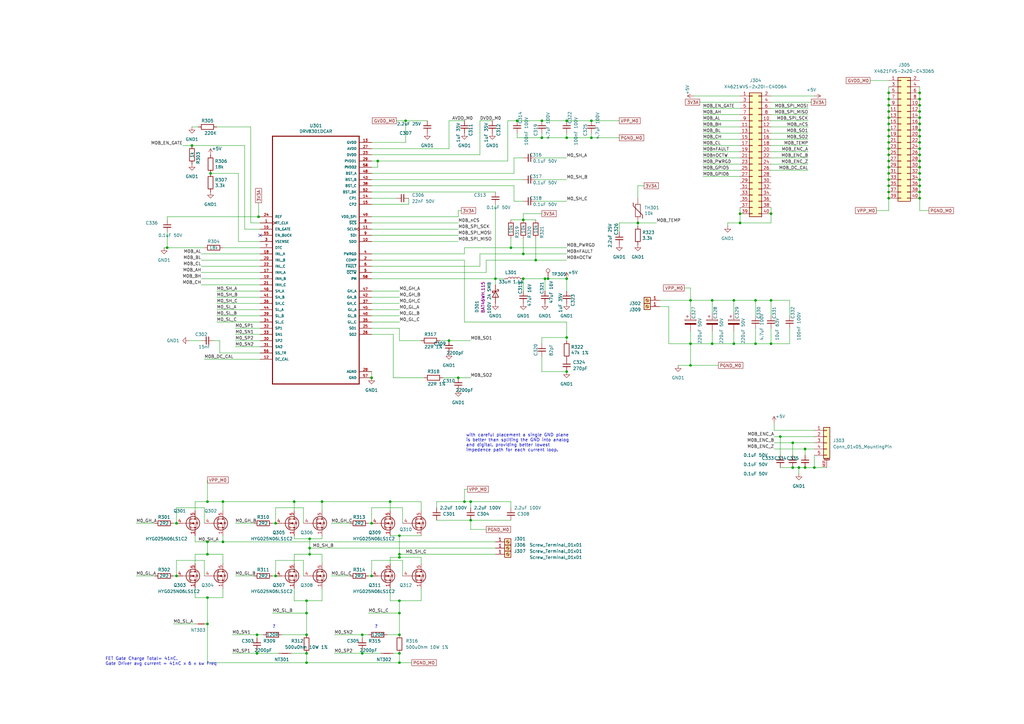
<source format=kicad_sch>
(kicad_sch (version 20230121) (generator eeschema)
  (paper "A3")
  (title_block (title "Q Motor Driver M0") (rev "1") (comment 1 "Drawn by: KHY"))
  (junction (at 364.49 48.26))
  (junction (at 106.045 88.9))
  (junction (at 68.58 101.6))
  (junction (at 232.41 138.43))
  (junction (at 325.12 191.77))
  (junction (at 214.63 114.3))
  (junction (at 203.2 114.3))
  (junction (at 283.21 123.19))
  (junction (at 325.12 181.61))
  (junction (at 364.49 50.8))
  (junction (at 113.03 236.22))
  (junction (at 364.49 55.88))
  (junction (at 125.73 246.38))
  (junction (at 193.04 213.36))
  (junction (at 377.19 73.66))
  (junction (at 364.49 73.66))
  (junction (at 212.09 49.53))
  (junction (at 125.73 251.46))
  (junction (at 232.41 49.53))
  (junction (at 377.19 38.1))
  (junction (at 85.09 255.905))
  (junction (at 330.2 184.15))
  (junction (at 85.09 205.74))
  (junction (at 91.44 205.74))
  (junction (at 327.66 191.77))
  (junction (at 184.15 139.7))
  (junction (at 166.37 49.53))
  (junction (at 303.53 87.63))
  (junction (at 214.63 104.14))
  (junction (at 292.1 140.97))
  (junction (at 364.49 53.34))
  (junction (at 193.04 205.74))
  (junction (at 283.21 140.97))
  (junction (at 163.83 227.33))
  (junction (at 364.49 81.28))
  (junction (at 364.49 38.1))
  (junction (at 105.41 267.97))
  (junction (at 214.63 90.17))
  (junction (at 316.23 140.97))
  (junction (at 377.19 63.5))
  (junction (at 364.49 63.5))
  (junction (at 377.19 68.58))
  (junction (at 364.49 43.18))
  (junction (at 160.02 205.74))
  (junction (at 377.19 81.28))
  (junction (at 91.44 222.25))
  (junction (at 152.4 154.94))
  (junction (at 261.62 91.44))
  (junction (at 364.49 66.04))
  (junction (at 242.57 49.53))
  (junction (at 163.83 219.71))
  (junction (at 364.49 58.42))
  (junction (at 300.99 140.97))
  (junction (at 330.2 191.77))
  (junction (at 127 227.33))
  (junction (at 300.99 123.19))
  (junction (at 72.39 214.63))
  (junction (at 377.19 43.18))
  (junction (at 377.19 78.74))
  (junction (at 377.19 53.34))
  (junction (at 148.59 267.97))
  (junction (at 364.49 40.64))
  (junction (at 377.19 40.64))
  (junction (at 377.19 48.26))
  (junction (at 105.41 260.35))
  (junction (at 364.49 45.72))
  (junction (at 377.19 50.8))
  (junction (at 364.49 68.58))
  (junction (at 334.01 191.77))
  (junction (at 163.83 271.78))
  (junction (at 316.23 87.63))
  (junction (at 72.39 236.22))
  (junction (at 187.96 154.94))
  (junction (at 113.03 214.63))
  (junction (at 292.1 123.19))
  (junction (at 364.49 60.96))
  (junction (at 125.73 267.97))
  (junction (at 232.41 56.515))
  (junction (at 242.57 56.515))
  (junction (at 125.73 260.35))
  (junction (at 377.19 60.96))
  (junction (at 120.65 205.74))
  (junction (at 364.49 76.2))
  (junction (at 152.4 236.22))
  (junction (at 152.4 214.63))
  (junction (at 303.53 91.44))
  (junction (at 163.83 228.6))
  (junction (at 377.19 71.12))
  (junction (at 377.19 66.04))
  (junction (at 85.09 245.11))
  (junction (at 148.59 260.35))
  (junction (at 78.74 59.69))
  (junction (at 163.83 267.97))
  (junction (at 222.25 49.53))
  (junction (at 163.83 251.46))
  (junction (at 163.83 260.35))
  (junction (at 316.23 123.19))
  (junction (at 222.25 56.515))
  (junction (at 377.19 55.88))
  (junction (at 132.08 205.74))
  (junction (at 232.41 114.3))
  (junction (at 377.19 76.2))
  (junction (at 377.19 45.72))
  (junction (at 219.71 106.68))
  (junction (at 154.94 66.04))
  (junction (at 364.49 71.12))
  (junction (at 283.21 149.86))
  (junction (at 125.73 271.78))
  (junction (at 85.09 227.33))
  (junction (at 163.83 246.38))
  (junction (at 320.04 179.07))
  (junction (at 232.41 152.4))
  (junction (at 190.5 205.74))
  (junction (at 127 224.79))
  (junction (at 127 220.98))
  (junction (at 223.52 114.3))
  (junction (at 309.88 123.19))
  (junction (at 85.09 222.25))
  (junction (at 224.79 114.3))
  (junction (at 209.55 101.6))
  (junction (at 86.36 71.12))
  (junction (at 377.19 58.42))
  (junction (at 309.88 140.97))
  (junction (at 364.49 78.74))
  (no_connect (at 106.68 96.52))
  (wire (pts (xy 317.5 179.07) (xy 320.04 179.07)))
  (wire (pts (xy 316.23 62.23) (xy 331.47 62.23)))
  (wire (pts (xy 232.41 56.515) (xy 242.57 56.515)))
  (wire (pts (xy 68.58 90.17) (xy 68.58 88.9)))
  (wire (pts (xy 148.59 267.97) (xy 156.21 267.97)))
  (wire (pts (xy 105.41 260.35) (xy 105.41 261.62)))
  (wire (pts (xy 160.02 228.6) (xy 160.02 231.14)))
  (wire (pts (xy 364.49 35.56) (xy 364.49 38.1)))
  (wire (pts (xy 323.85 134.62) (xy 323.85 140.97)))
  (wire (pts (xy 163.83 134.62) (xy 152.4 134.62)))
  (wire (pts (xy 288.29 46.99) (xy 303.53 46.99)))
  (wire (pts (xy 203.2 116.84) (xy 203.2 114.3)))
  (wire (pts (xy 377.19 78.74) (xy 377.19 81.28)))
  (wire (pts (xy 82.55 116.84) (xy 106.68 116.84)))
  (wire (pts (xy 364.49 38.1) (xy 364.49 40.64)))
  (wire (pts (xy 364.49 76.2) (xy 364.49 78.74)))
  (wire (pts (xy 316.23 123.19) (xy 323.85 123.19)))
  (wire (pts (xy 300.99 123.19) (xy 309.88 123.19)))
  (wire (pts (xy 83.82 208.28) (xy 72.39 208.28)))
  (wire (pts (xy 201.93 49.53) (xy 196.85 49.53)))
  (wire (pts (xy 223.52 114.3) (xy 214.63 114.3)))
  (wire (pts (xy 91.44 231.14) (xy 91.44 227.33)))
  (wire (pts (xy 298.45 91.44) (xy 298.45 92.71)))
  (wire (pts (xy 190.5 101.6) (xy 190.5 104.14)))
  (wire (pts (xy 316.23 91.44) (xy 303.53 91.44)))
  (wire (pts (xy 163.83 139.7) (xy 163.83 134.62)))
  (wire (pts (xy 364.49 78.74) (xy 364.49 81.28)))
  (wire (pts (xy 172.72 241.3) (xy 172.72 246.38)))
  (wire (pts (xy 214.63 97.79) (xy 214.63 104.14)))
  (wire (pts (xy 120.65 219.71) (xy 120.65 220.98)))
  (wire (pts (xy 212.09 56.515) (xy 222.25 56.515)))
  (wire (pts (xy 190.5 132.08) (xy 190.5 106.68)))
  (wire (pts (xy 163.83 227.33) (xy 163.83 228.6)))
  (wire (pts (xy 316.23 140.97) (xy 309.88 140.97)))
  (wire (pts (xy 193.04 213.36) (xy 209.55 213.36)))
  (wire (pts (xy 270.51 123.19) (xy 283.21 123.19)))
  (wire (pts (xy 316.23 39.37) (xy 334.01 39.37)))
  (wire (pts (xy 288.29 52.07) (xy 303.53 52.07)))
  (wire (pts (xy 364.49 40.64) (xy 364.49 43.18)))
  (wire (pts (xy 132.08 219.71) (xy 132.08 220.98)))
  (wire (pts (xy 172.72 228.6) (xy 163.83 228.6)))
  (wire (pts (xy 132.08 220.98) (xy 127 220.98)))
  (wire (pts (xy 377.19 50.8) (xy 377.19 53.34)))
  (wire (pts (xy 209.55 208.28) (xy 209.55 205.74)))
  (wire (pts (xy 80.01 241.3) (xy 80.01 245.11)))
  (wire (pts (xy 212.09 54.61) (xy 212.09 56.515)))
  (wire (pts (xy 210.82 64.77) (xy 210.82 71.12)))
  (wire (pts (xy 152.4 81.28) (xy 162.56 81.28)))
  (wire (pts (xy 377.19 71.12) (xy 377.19 73.66)))
  (wire (pts (xy 317.5 173.355) (xy 317.5 176.53)))
  (wire (pts (xy 96.52 134.62) (xy 106.68 134.62)))
  (wire (pts (xy 300.99 128.27) (xy 300.99 123.19)))
  (wire (pts (xy 82.55 109.22) (xy 106.68 109.22)))
  (wire (pts (xy 214.63 90.17) (xy 219.71 90.17)))
  (wire (pts (xy 148.59 266.7) (xy 148.59 267.97)))
  (wire (pts (xy 193.04 154.94) (xy 187.96 154.94)))
  (wire (pts (xy 377.19 68.58) (xy 377.19 71.12)))
  (wire (pts (xy 120.65 220.98) (xy 127 220.98)))
  (wire (pts (xy 124.46 208.28) (xy 113.03 208.28)))
  (wire (pts (xy 88.9 121.92) (xy 106.68 121.92)))
  (wire (pts (xy 214.63 104.14) (xy 232.41 104.14)))
  (wire (pts (xy 120.65 205.74) (xy 132.08 205.74)))
  (wire (pts (xy 100.33 59.69) (xy 100.33 93.98)))
  (wire (pts (xy 232.41 119.38) (xy 232.41 114.3)))
  (wire (pts (xy 377.19 38.1) (xy 377.19 40.64)))
  (wire (pts (xy 102.87 91.44) (xy 106.68 91.44)))
  (wire (pts (xy 261.62 76.2) (xy 261.62 81.28)))
  (wire (pts (xy 199.39 106.68) (xy 199.39 111.76)))
  (wire (pts (xy 151.13 251.46) (xy 163.83 251.46)))
  (wire (pts (xy 120.65 205.74) (xy 120.65 209.55)))
  (wire (pts (xy 152.4 152.4) (xy 152.4 154.94)))
  (wire (pts (xy 165.1 208.28) (xy 152.4 208.28)))
  (wire (pts (xy 96.52 139.7) (xy 106.68 139.7)))
  (wire (pts (xy 269.24 91.44) (xy 261.62 91.44)))
  (wire (pts (xy 320.04 191.77) (xy 325.12 191.77)))
  (wire (pts (xy 161.29 137.16) (xy 161.29 154.94)))
  (wire (pts (xy 88.9 127) (xy 106.68 127)))
  (wire (pts (xy 288.29 57.15) (xy 303.53 57.15)))
  (wire (pts (xy 364.49 58.42) (xy 364.49 60.96)))
  (wire (pts (xy 165.1 229.87) (xy 152.4 229.87)))
  (wire (pts (xy 85.09 222.25) (xy 91.44 222.25)))
  (wire (pts (xy 288.29 72.39) (xy 303.53 72.39)))
  (wire (pts (xy 364.49 73.66) (xy 364.49 76.2)))
  (wire (pts (xy 152.4 71.12) (xy 210.82 71.12)))
  (wire (pts (xy 72.39 208.28) (xy 72.39 214.63)))
  (wire (pts (xy 309.88 123.19) (xy 309.88 129.54)))
  (wire (pts (xy 187.96 88.9) (xy 152.4 88.9)))
  (wire (pts (xy 88.9 132.08) (xy 106.68 132.08)))
  (wire (pts (xy 152.4 109.22) (xy 196.85 109.22)))
  (wire (pts (xy 300.99 123.19) (xy 292.1 123.19)))
  (wire (pts (xy 83.82 214.63) (xy 83.82 208.28)))
  (wire (pts (xy 107.95 260.35) (xy 105.41 260.35)))
  (wire (pts (xy 209.55 101.6) (xy 190.5 101.6)))
  (wire (pts (xy 222.25 56.515) (xy 232.41 56.515)))
  (wire (pts (xy 124.46 214.63) (xy 124.46 208.28)))
  (wire (pts (xy 132.08 209.55) (xy 132.08 205.74)))
  (wire (pts (xy 323.85 129.54) (xy 323.85 123.19)))
  (wire (pts (xy 316.23 41.91) (xy 332.74 41.91)))
  (wire (pts (xy 317.5 181.61) (xy 325.12 181.61)))
  (wire (pts (xy 97.79 71.12) (xy 97.79 99.06)))
  (wire (pts (xy 294.64 149.86) (xy 283.21 149.86)))
  (wire (pts (xy 166.37 49.53) (xy 166.37 58.42)))
  (wire (pts (xy 199.39 111.76) (xy 152.4 111.76)))
  (wire (pts (xy 219.71 97.79) (xy 219.71 106.68)))
  (wire (pts (xy 325.12 181.61) (xy 325.12 186.69)))
  (wire (pts (xy 242.57 54.61) (xy 242.57 56.515)))
  (wire (pts (xy 160.02 241.3) (xy 160.02 246.38)))
  (wire (pts (xy 80.01 245.11) (xy 85.09 245.11)))
  (wire (pts (xy 106.68 88.9) (xy 106.045 88.9)))
  (wire (pts (xy 91.44 205.74) (xy 91.44 209.55)))
  (wire (pts (xy 232.41 114.3) (xy 224.79 114.3)))
  (wire (pts (xy 364.49 45.72) (xy 364.49 48.26)))
  (wire (pts (xy 88.9 52.07) (xy 102.87 52.07)))
  (wire (pts (xy 127 220.98) (xy 127 224.79)))
  (wire (pts (xy 152.4 78.74) (xy 203.2 78.74)))
  (wire (pts (xy 91.44 101.6) (xy 106.68 101.6)))
  (wire (pts (xy 187.96 86.36) (xy 187.96 88.9)))
  (wire (pts (xy 232.41 54.61) (xy 232.41 56.515)))
  (wire (pts (xy 68.58 95.25) (xy 68.58 101.6)))
  (wire (pts (xy 163.83 132.08) (xy 152.4 132.08)))
  (wire (pts (xy 106.68 114.3) (xy 82.55 114.3)))
  (wire (pts (xy 96.52 236.22) (xy 104.14 236.22)))
  (wire (pts (xy 88.9 119.38) (xy 106.68 119.38)))
  (wire (pts (xy 193.04 139.7) (xy 184.15 139.7)))
  (wire (pts (xy 132.08 227.33) (xy 132.08 231.14)))
  (wire (pts (xy 163.83 267.97) (xy 163.83 271.78)))
  (wire (pts (xy 320.04 179.07) (xy 334.01 179.07)))
  (wire (pts (xy 132.08 241.3) (xy 132.08 246.38)))
  (wire (pts (xy 222.25 152.4) (xy 222.25 146.05)))
  (wire (pts (xy 327.66 191.77) (xy 327.66 194.31)))
  (wire (pts (xy 377.19 55.88) (xy 377.19 58.42)))
  (wire (pts (xy 83.82 236.22) (xy 83.82 229.87)))
  (wire (pts (xy 125.73 267.97) (xy 125.73 271.78)))
  (wire (pts (xy 119.38 267.97) (xy 125.73 267.97)))
  (wire (pts (xy 96.52 142.24) (xy 106.68 142.24)))
  (wire (pts (xy 377.19 53.34) (xy 377.19 55.88)))
  (wire (pts (xy 85.09 227.33) (xy 85.09 222.25)))
  (wire (pts (xy 152.4 114.3) (xy 203.2 114.3)))
  (wire (pts (xy 284.48 39.37) (xy 303.53 39.37)))
  (wire (pts (xy 377.19 35.56) (xy 377.19 38.1)))
  (wire (pts (xy 77.47 139.7) (xy 82.55 139.7)))
  (wire (pts (xy 190.5 132.08) (xy 232.41 132.08)))
  (wire (pts (xy 163.83 219.71) (xy 163.83 227.33)))
  (wire (pts (xy 377.19 45.72) (xy 377.19 48.26)))
  (wire (pts (xy 132.08 246.38) (xy 125.73 246.38)))
  (wire (pts (xy 377.19 43.18) (xy 377.19 45.72)))
  (wire (pts (xy 212.09 49.53) (xy 222.25 49.53)))
  (wire (pts (xy 364.49 50.8) (xy 364.49 53.34)))
  (wire (pts (xy 163.83 121.92) (xy 152.4 121.92)))
  (wire (pts (xy 68.58 88.9) (xy 106.045 88.9)))
  (wire (pts (xy 274.32 140.97) (xy 283.21 140.97)))
  (wire (pts (xy 120.65 227.33) (xy 127 227.33)))
  (wire (pts (xy 88.9 129.54) (xy 106.68 129.54)))
  (wire (pts (xy 254 49.53) (xy 242.57 49.53)))
  (wire (pts (xy 80.01 231.14) (xy 80.01 227.33)))
  (wire (pts (xy 232.41 73.66) (xy 219.71 73.66)))
  (wire (pts (xy 85.09 245.11) (xy 85.09 255.905)))
  (wire (pts (xy 163.83 127) (xy 152.4 127)))
  (wire (pts (xy 71.12 214.63) (xy 72.39 214.63)))
  (wire (pts (xy 148.59 260.35) (xy 137.16 260.35)))
  (wire (pts (xy 152.4 229.87) (xy 152.4 236.22)))
  (wire (pts (xy 224.79 114.3) (xy 223.52 114.3)))
  (wire (pts (xy 364.49 63.5) (xy 364.49 66.04)))
  (wire (pts (xy 364.49 71.12) (xy 364.49 73.66)))
  (wire (pts (xy 96.52 214.63) (xy 104.14 214.63)))
  (wire (pts (xy 173.99 154.94) (xy 161.29 154.94)))
  (wire (pts (xy 316.23 52.07) (xy 331.47 52.07)))
  (wire (pts (xy 125.73 246.38) (xy 125.73 251.46)))
  (wire (pts (xy 208.28 49.53) (xy 212.09 49.53)))
  (wire (pts (xy 187.96 99.06) (xy 152.4 99.06)))
  (wire (pts (xy 209.55 101.6) (xy 232.41 101.6)))
  (wire (pts (xy 78.74 59.69) (xy 100.33 59.69)))
  (wire (pts (xy 163.83 251.46) (xy 163.83 260.35)))
  (wire (pts (xy 172.72 246.38) (xy 163.83 246.38)))
  (wire (pts (xy 184.15 139.7) (xy 180.34 139.7)))
  (wire (pts (xy 105.41 267.97) (xy 105.41 266.7)))
  (wire (pts (xy 91.44 227.33) (xy 85.09 227.33)))
  (wire (pts (xy 78.74 52.07) (xy 81.28 52.07)))
  (wire (pts (xy 317.5 184.15) (xy 330.2 184.15)))
  (wire (pts (xy 232.41 138.43) (xy 232.41 139.7)))
  (wire (pts (xy 111.76 251.46) (xy 125.73 251.46)))
  (wire (pts (xy 172.72 139.7) (xy 163.83 139.7)))
  (wire (pts (xy 71.12 236.22) (xy 72.39 236.22)))
  (wire (pts (xy 111.76 214.63) (xy 113.03 214.63)))
  (wire (pts (xy 193.04 205.74) (xy 190.5 205.74)))
  (wire (pts (xy 106.68 106.68) (xy 82.55 106.68)))
  (wire (pts (xy 151.13 260.35) (xy 148.59 260.35)))
  (wire (pts (xy 364.49 60.96) (xy 364.49 63.5)))
  (wire (pts (xy 203.2 83.82) (xy 203.2 114.3)))
  (wire (pts (xy 283.21 140.97) (xy 283.21 149.86)))
  (wire (pts (xy 316.23 85.09) (xy 316.23 87.63)))
  (wire (pts (xy 187.96 93.98) (xy 152.4 93.98)))
  (wire (pts (xy 191.77 200.66) (xy 190.5 200.66)))
  (wire (pts (xy 278.13 149.86) (xy 283.21 149.86)))
  (wire (pts (xy 196.85 109.22) (xy 196.85 104.14)))
  (wire (pts (xy 334.01 191.77) (xy 339.09 191.77)))
  (wire (pts (xy 172.72 209.55) (xy 172.72 205.74)))
  (wire (pts (xy 115.57 260.35) (xy 125.73 260.35)))
  (wire (pts (xy 189.23 86.36) (xy 187.96 86.36)))
  (wire (pts (xy 232.41 64.77) (xy 219.71 64.77)))
  (wire (pts (xy 208.28 66.04) (xy 154.94 66.04)))
  (wire (pts (xy 222.25 138.43) (xy 232.41 138.43)))
  (wire (pts (xy 165.1 214.63) (xy 165.1 208.28)))
  (wire (pts (xy 316.23 123.19) (xy 309.88 123.19)))
  (wire (pts (xy 80.01 205.74) (xy 80.01 209.55)))
  (wire (pts (xy 377.19 58.42) (xy 377.19 60.96)))
  (wire (pts (xy 364.49 66.04) (xy 364.49 68.58)))
  (wire (pts (xy 364.49 55.88) (xy 364.49 58.42)))
  (wire (pts (xy 325.12 181.61) (xy 334.01 181.61)))
  (wire (pts (xy 90.17 144.78) (xy 106.68 144.78)))
  (wire (pts (xy 196.85 104.14) (xy 214.63 104.14)))
  (wire (pts (xy 179.07 205.74) (xy 179.07 208.28)))
  (wire (pts (xy 90.17 139.7) (xy 87.63 139.7)))
  (wire (pts (xy 120.65 241.3) (xy 120.65 246.38)))
  (wire (pts (xy 196.85 63.5) (xy 152.4 63.5)))
  (wire (pts (xy 160.02 246.38) (xy 163.83 246.38)))
  (wire (pts (xy 325.12 191.77) (xy 327.66 191.77)))
  (wire (pts (xy 377.19 86.36) (xy 381 86.36)))
  (wire (pts (xy 199.39 106.68) (xy 219.71 106.68)))
  (wire (pts (xy 288.29 62.23) (xy 303.53 62.23)))
  (wire (pts (xy 292.1 123.19) (xy 283.21 123.19)))
  (wire (pts (xy 210.82 76.2) (xy 210.82 82.55)))
  (wire (pts (xy 377.19 73.66) (xy 377.19 76.2)))
  (wire (pts (xy 214.63 114.3) (xy 214.63 119.38)))
  (wire (pts (xy 320.04 179.07) (xy 320.04 186.69)))
  (wire (pts (xy 113.03 229.87) (xy 113.03 236.22)))
  (wire (pts (xy 95.25 267.97) (xy 105.41 267.97)))
  (wire (pts (xy 190.5 205.74) (xy 179.07 205.74)))
  (wire (pts (xy 316.23 44.45) (xy 331.47 44.45)))
  (wire (pts (xy 152.4 208.28) (xy 152.4 214.63)))
  (wire (pts (xy 242.57 56.515) (xy 254 56.515)))
  (wire (pts (xy 97.79 99.06) (xy 106.68 99.06)))
  (wire (pts (xy 223.52 119.38) (xy 223.52 114.3)))
  (wire (pts (xy 316.23 69.85) (xy 331.47 69.85)))
  (wire (pts (xy 377.19 81.28) (xy 377.19 86.36)))
  (wire (pts (xy 317.5 176.53) (xy 334.01 176.53)))
  (wire (pts (xy 152.4 129.54) (xy 163.83 129.54)))
  (wire (pts (xy 95.25 260.35) (xy 105.41 260.35)))
  (wire (pts (xy 222.25 87.63) (xy 214.63 87.63)))
  (wire (pts (xy 161.29 267.97) (xy 163.83 267.97)))
  (wire (pts (xy 316.23 59.69) (xy 331.47 59.69)))
  (wire (pts (xy 316.23 57.15) (xy 331.47 57.15)))
  (wire (pts (xy 91.44 219.71) (xy 91.44 222.25)))
  (wire (pts (xy 309.88 140.97) (xy 300.99 140.97)))
  (wire (pts (xy 232.41 132.08) (xy 232.41 138.43)))
  (wire (pts (xy 292.1 123.19) (xy 292.1 128.27)))
  (wire (pts (xy 316.23 67.31) (xy 331.47 67.31)))
  (wire (pts (xy 167.64 83.82) (xy 152.4 83.82)))
  (wire (pts (xy 364.49 43.18) (xy 364.49 45.72)))
  (wire (pts (xy 137.16 267.97) (xy 148.59 267.97)))
  (wire (pts (xy 152.4 68.58) (xy 154.94 68.58)))
  (wire (pts (xy 303.53 85.09) (xy 303.53 87.63)))
  (wire (pts (xy 154.94 66.04) (xy 152.4 66.04)))
  (wire (pts (xy 208.28 49.53) (xy 208.28 66.04)))
  (wire (pts (xy 364.49 48.26) (xy 364.49 50.8)))
  (wire (pts (xy 288.29 44.45) (xy 303.53 44.45)))
  (wire (pts (xy 90.17 144.78) (xy 90.17 139.7)))
  (wire (pts (xy 154.94 68.58) (xy 154.94 66.04)))
  (wire (pts (xy 190.5 200.66) (xy 190.5 205.74)))
  (wire (pts (xy 316.23 46.99) (xy 331.47 46.99)))
  (wire (pts (xy 377.19 66.04) (xy 377.19 68.58)))
  (wire (pts (xy 181.61 154.94) (xy 187.96 154.94)))
  (wire (pts (xy 179.07 213.36) (xy 193.04 213.36)))
  (wire (pts (xy 316.23 54.61) (xy 331.47 54.61)))
  (wire (pts (xy 106.68 124.46) (xy 88.9 124.46)))
  (wire (pts (xy 274.32 125.73) (xy 274.32 140.97)))
  (wire (pts (xy 120.65 246.38) (xy 125.73 246.38)))
  (wire (pts (xy 264.16 76.2) (xy 261.62 76.2)))
  (wire (pts (xy 222.25 54.61) (xy 222.25 56.515)))
  (wire (pts (xy 106.045 83.185) (xy 106.045 88.9)))
  (wire (pts (xy 254 91.44) (xy 254 95.25)))
  (wire (pts (xy 91.44 222.25) (xy 203.2 222.25)))
  (wire (pts (xy 330.2 184.15) (xy 330.2 186.69)))
  (wire (pts (xy 83.82 147.32) (xy 106.68 147.32)))
  (wire (pts (xy 190.5 49.53) (xy 184.15 49.53)))
  (wire (pts (xy 132.08 205.74) (xy 160.02 205.74)))
  (wire (pts (xy 184.15 49.53) (xy 184.15 60.96)))
  (wire (pts (xy 309.88 134.62) (xy 309.88 140.97)))
  (wire (pts (xy 106.68 111.76) (xy 82.55 111.76)))
  (wire (pts (xy 68.58 101.6) (xy 83.82 101.6)))
  (wire (pts (xy 316.23 87.63) (xy 316.23 91.44)))
  (wire (pts (xy 356.87 33.02) (xy 364.49 33.02)))
  (wire (pts (xy 85.09 271.78) (xy 85.09 255.905)))
  (wire (pts (xy 71.12 255.905) (xy 80.01 255.905)))
  (wire (pts (xy 359.41 86.36) (xy 364.49 86.36)))
  (wire (pts (xy 125.73 271.78) (xy 163.83 271.78)))
  (wire (pts (xy 91.44 245.11) (xy 85.09 245.11)))
  (wire (pts (xy 214.63 64.77) (xy 210.82 64.77)))
  (wire (pts (xy 283.21 135.89) (xy 283.21 140.97)))
  (wire (pts (xy 113.03 208.28) (xy 113.03 214.63)))
  (wire (pts (xy 270.51 125.73) (xy 274.32 125.73)))
  (wire (pts (xy 364.49 53.34) (xy 364.49 55.88)))
  (wire (pts (xy 280.67 118.11) (xy 283.21 118.11)))
  (wire (pts (xy 127 227.33) (xy 132.08 227.33)))
  (wire (pts (xy 377.19 48.26) (xy 377.19 50.8)))
  (wire (pts (xy 292.1 135.89) (xy 292.1 140.97)))
  (wire (pts (xy 303.53 91.44) (xy 298.45 91.44)))
  (wire (pts (xy 72.39 229.87) (xy 72.39 236.22)))
  (wire (pts (xy 160.02 205.74) (xy 172.72 205.74)))
  (wire (pts (xy 323.85 140.97) (xy 316.23 140.97)))
  (wire (pts (xy 82.55 104.14) (xy 106.68 104.14)))
  (wire (pts (xy 210.82 82.55) (xy 214.63 82.55)))
  (wire (pts (xy 120.65 231.14) (xy 120.65 227.33)))
  (wire (pts (xy 165.1 236.22) (xy 165.1 229.87)))
  (wire (pts (xy 80.01 205.74) (xy 85.09 205.74)))
  (wire (pts (xy 163.83 227.33) (xy 203.2 227.33)))
  (wire (pts (xy 364.49 68.58) (xy 364.49 71.12)))
  (wire (pts (xy 196.85 49.53) (xy 196.85 63.5)))
  (wire (pts (xy 377.19 60.96) (xy 377.19 63.5)))
  (wire (pts (xy 124.46 236.22) (xy 124.46 229.87)))
  (wire (pts (xy 377.19 40.64) (xy 377.19 43.18)))
  (wire (pts (xy 124.46 229.87) (xy 113.03 229.87)))
  (wire (pts (xy 152.4 119.38) (xy 163.83 119.38)))
  (wire (pts (xy 167.64 81.28) (xy 167.64 83.82)))
  (wire (pts (xy 334.01 186.69) (xy 334.01 191.77)))
  (wire (pts (xy 148.59 260.35) (xy 148.59 261.62)))
  (wire (pts (xy 316.23 64.77) (xy 331.47 64.77)))
  (wire (pts (xy 316.23 49.53) (xy 331.47 49.53)))
  (wire (pts (xy 193.04 213.36) (xy 193.04 217.17)))
  (wire (pts (xy 222.25 140.97) (xy 222.25 138.43)))
  (wire (pts (xy 80.01 227.33) (xy 85.09 227.33)))
  (wire (pts (xy 190.5 104.14) (xy 152.4 104.14)))
  (wire (pts (xy 80.01 219.71) (xy 80.01 222.25)))
  (wire (pts (xy 135.89 214.63) (xy 143.51 214.63)))
  (wire (pts (xy 74.93 59.69) (xy 78.74 59.69)))
  (wire (pts (xy 125.73 271.78) (xy 85.09 271.78)))
  (wire (pts (xy 261.62 91.44) (xy 261.62 92.71)))
  (wire (pts (xy 261.62 91.44) (xy 254 91.44)))
  (wire (pts (xy 135.89 236.22) (xy 143.51 236.22)))
  (wire (pts (xy 222.25 49.53) (xy 232.41 49.53)))
  (wire (pts (xy 219.71 106.68) (xy 232.41 106.68)))
  (wire (pts (xy 127 224.79) (xy 127 227.33)))
  (wire (pts (xy 232.41 152.4) (xy 222.25 152.4)))
  (wire (pts (xy 316.23 129.54) (xy 316.23 123.19)))
  (wire (pts (xy 288.29 49.53) (xy 303.53 49.53)))
  (wire (pts (xy 303.53 87.63) (xy 303.53 91.44)))
  (wire (pts (xy 184.15 60.96) (xy 152.4 60.96)))
  (wire (pts (xy 377.19 63.5) (xy 377.19 66.04)))
  (wire (pts (xy 83.82 229.87) (xy 72.39 229.87)))
  (wire (pts (xy 96.52 137.16) (xy 106.68 137.16)))
  (wire (pts (xy 125.73 251.46) (xy 125.73 260.35)))
  (wire (pts (xy 160.02 219.71) (xy 163.83 219.71)))
  (wire (pts (xy 288.29 69.85) (xy 303.53 69.85)))
  (wire (pts (xy 55.88 214.63) (xy 63.5 214.63)))
  (wire (pts (xy 152.4 124.46) (xy 163.83 124.46)))
  (wire (pts (xy 209.55 90.17) (xy 214.63 90.17)))
  (wire (pts (xy 330.2 191.77) (xy 334.01 191.77)))
  (wire (pts (xy 160.02 205.74) (xy 160.02 209.55)))
  (wire (pts (xy 151.13 214.63) (xy 152.4 214.63)))
  (wire (pts (xy 288.29 67.31) (xy 303.53 67.31)))
  (wire (pts (xy 152.4 76.2) (xy 210.82 76.2)))
  (wire (pts (xy 283.21 118.11) (xy 283.21 123.19)))
  (wire (pts (xy 232.41 49.53) (xy 242.57 49.53)))
  (wire (pts (xy 209.55 97.79) (xy 209.55 101.6)))
  (wire (pts (xy 172.72 231.14) (xy 172.72 228.6)))
  (wire (pts (xy 166.37 58.42) (xy 152.4 58.42)))
  (wire (pts (xy 163.83 228.6) (xy 160.02 228.6)))
  (wire (pts (xy 111.76 236.22) (xy 113.03 236.22)))
  (wire (pts (xy 283.21 123.19) (xy 283.21 128.27)))
  (wire (pts (xy 292.1 140.97) (xy 283.21 140.97)))
  (wire (pts (xy 55.88 236.22) (xy 63.5 236.22)))
  (wire (pts (xy 364.49 81.28) (xy 364.49 86.36)))
  (wire (pts (xy 214.63 87.63) (xy 214.63 90.17)))
  (wire (pts (xy 91.44 205.74) (xy 120.65 205.74)))
  (wire (pts (xy 152.4 91.44) (xy 187.96 91.44)))
  (wire (pts (xy 85.09 196.85) (xy 85.09 205.74)))
  (wire (pts (xy 85.09 205.74) (xy 91.44 205.74)))
  (wire (pts (xy 163.83 219.71) (xy 172.72 219.71)))
  (wire (pts (xy 127 224.79) (xy 203.2 224.79)))
  (wire (pts (xy 162.56 49.53) (xy 166.37 49.53)))
  (wire (pts (xy 105.41 267.97) (xy 114.3 267.97)))
  (wire (pts (xy 163.83 246.38) (xy 163.83 251.46)))
  (wire (pts (xy 300.99 135.89) (xy 300.99 140.97)))
  (wire (pts (xy 203.2 114.3) (xy 207.01 114.3)))
  (wire (pts (xy 330.2 184.15) (xy 334.01 184.15)))
  (wire (pts (xy 300.99 140.97) (xy 292.1 140.97)))
  (wire (pts (xy 288.29 64.77) (xy 303.53 64.77)))
  (wire (pts (xy 327.66 191.77) (xy 330.2 191.77)))
  (wire (pts (xy 152.4 96.52) (xy 187.96 96.52)))
  (wire (pts (xy 232.41 82.55) (xy 219.71 82.55)))
  (wire (pts (xy 287.02 41.91) (xy 303.53 41.91)))
  (wire (pts (xy 67.31 101.6) (xy 68.58 101.6)))
  (wire (pts (xy 190.5 106.68) (xy 152.4 106.68)))
  (wire (pts (xy 152.4 137.16) (xy 161.29 137.16)))
  (wire (pts (xy 100.33 93.98) (xy 106.68 93.98)))
  (wire (pts (xy 316.23 134.62) (xy 316.23 140.97)))
  (wire (pts (xy 163.83 271.78) (xy 168.91 271.78)))
  (wire (pts (xy 193.04 217.17) (xy 199.39 217.17)))
  (wire (pts (xy 288.29 59.69) (xy 303.53 59.69)))
  (wire (pts (xy 91.44 241.3) (xy 91.44 245.11)))
  (wire (pts (xy 288.29 54.61) (xy 303.53 54.61)))
  (wire (pts (xy 209.55 205.74) (xy 193.04 205.74)))
  (wire (pts (xy 377.19 76.2) (xy 377.19 78.74)))
  (wire (pts (xy 151.13 236.22) (xy 152.4 236.22)))
  (wire (pts (xy 175.26 49.53) (xy 166.37 49.53)))
  (wire (pts (xy 80.01 222.25) (xy 85.09 222.25)))
  (wire (pts (xy 193.04 208.28) (xy 193.04 205.74)))
  (wire (pts (xy 158.75 260.35) (xy 163.83 260.35)))
  (wire (pts (xy 152.4 73.66) (xy 214.63 73.66)))
  (wire (pts (xy 86.36 71.12) (xy 97.79 71.12)))
  (wire (pts (xy 102.87 52.07) (xy 102.87 91.44)))
  (text "?" (at 153.67 257.81 0) (effects (font (size 1.27 1.27)) (justify left bottom)))
  (text "with careful placement a single GND plane \nis better than spliting the GND into analog\nand digital. providing better lowest \nimpedence path for each current loop." (at 191.135 185.42 0) (effects (font (size 1.27 1.27)) (justify left bottom)))
  (text "?" (at 111.76 257.81 0) (effects (font (size 1.27 1.27)) (justify left bottom)))
  (text "FET Gate Charge Total= 41nC.\nGate Driver avg current = 41nC x 6 x sw Freq" (at 43.18 273.05 0) (effects (font (size 1.27 1.27)) (justify left bottom)))
  (label "M0_SP2" (at 137.16 267.97 0))
  (label "M0_SN1" (at 96.52 137.16 0))
  (label "M0_SL_B" (at 111.76 251.46 0))
  (label "M0_GH_A" (at 55.88 214.63 0))
  (label "M0B_SPI_MISO" (at 331.47 46.99 180))
  (label "M0B_SO2" (at 193.04 154.94 0))
  (label "M0B_CL" (at 288.29 59.69 0))
  (label "M0B_AL" (at 82.55 104.14 180))
  (label "M0B_AL" (at 288.29 49.53 0))
  (label "M0B_BH" (at 288.29 52.07 0))
  (label "M0_SH_A" (at 88.9 119.38 0))
  (label "M0B_TEMP" (at 269.24 91.44 0))
  (label "M0B_AH" (at 288.29 46.99 0))
  (label "M0B_SPI_MOSI" (at 331.47 44.45 180))
  (label "M0_SH_A" (at 232.41 64.77 0))
  (label "M0_GL_A" (at 55.88 236.22 0))
  (label "M0BnOCTW" (at 232.41 106.68 0))
  (label "M0_GH_C" (at 135.89 214.63 0))
  (label "M0B_ENC_A" (at 331.47 62.23 180))
  (label "M0B_DC_CAL" (at 83.82 147.32 0))
  (label "M0B_AH" (at 82.55 111.76 180))
  (label "M0B_GPIO5" (at 288.29 69.85 0))
  (label "M0B_CL" (at 82.55 109.22 180))
  (label "M0B_CH" (at 288.29 57.15 0))
  (label "M0_SP1" (at 95.25 267.97 0))
  (label "M0B_GPIO6" (at 288.29 72.39 0))
  (label "M0_GL_C" (at 163.83 132.08 0))
  (label "M0BnOCTW" (at 288.29 64.77 0))
  (label "M0_SN2" (at 137.16 260.35 0))
  (label "M0B_EN_GATE" (at 288.29 44.45 0))
  (label "M0B_BL" (at 82.55 106.68 180))
  (label "M0_SN1" (at 95.25 260.35 0))
  (label "AVDD_M0" (at 185.42 49.53 0))
  (label "M0_SH_B" (at 232.41 73.66 0))
  (label "M0_SL_A" (at 88.9 127 0))
  (label "M0B_SO1" (at 193.04 139.7 0))
  (label "M0B_SPI_MISO" (at 187.96 99.06 0))
  (label "M0_SH_C" (at 166.37 227.33 0))
  (label "M0_GH_A" (at 163.83 119.38 0))
  (label "M0_GL_A" (at 163.83 127 0))
  (label "M0_SL_B" (at 88.9 129.54 0))
  (label "M0B_SPI_MOSI" (at 187.96 96.52 0))
  (label "M0B_BL" (at 288.29 54.61 0))
  (label "M0_GL_B" (at 96.52 236.22 0))
  (label "M0_SH_B" (at 88.9 121.92 0))
  (label "M0_SP2" (at 96.52 139.7 0))
  (label "M0B_DC_CAL" (at 331.47 69.85 180))
  (label "M0B_SPI_SCK" (at 331.47 49.53 180))
  (label "M0_SH_A" (at 81.28 222.25 0))
  (label "M0_SL_C" (at 88.9 132.08 0))
  (label "M0B_SO2" (at 331.47 57.15 180))
  (label "M0_GH_C" (at 163.83 124.46 0))
  (label "M0_SP1" (at 96.52 134.62 0))
  (label "M0B_ENC_Z" (at 317.5 184.15 180))
  (label "DVDD_M0" (at 196.85 49.53 0))
  (label "M0B_PWRGD" (at 288.29 67.31 0))
  (label "M0_GH_B" (at 163.83 121.92 0))
  (label "M0_SL_C" (at 151.13 251.46 0))
  (label "M0B_TEMP" (at 331.47 59.69 180))
  (label "M0B_EN_GATE" (at 74.93 59.69 180))
  (label "M0_SL_A" (at 71.12 255.905 0))
  (label "M0BnFAULT" (at 232.41 104.14 0))
  (label "M0B_ENC_B" (at 331.47 64.77 180))
  (label "M0B_ENC_B" (at 317.5 181.61 180))
  (label "M0_SH_C" (at 88.9 124.46 0))
  (label "M0_GL_B" (at 163.83 129.54 0))
  (label "M0B_PWRGD" (at 232.41 101.6 0))
  (label "M0_GH_B" (at 96.52 214.63 0))
  (label "M0_SH_B" (at 128.27 224.79 0))
  (label "M0B_SO1" (at 331.47 54.61 180))
  (label "M0B_CH" (at 82.55 116.84 180))
  (label "M0B_ENC_A" (at 317.5 179.07 180))
  (label "M0_SH_C" (at 232.41 82.55 0))
  (label "M0B_nCS" (at 331.47 52.07 180))
  (label "M0B_nCS" (at 187.96 91.44 0))
  (label "M0_SN2" (at 96.52 142.24 0))
  (label "M0B_BH" (at 82.55 114.3 180))
  (label "M0BnFAULT" (at 288.29 62.23 0))
  (label "M0_GL_C" (at 135.89 236.22 0))
  (label "M0B_ENC_Z" (at 331.47 67.31 180))
  (label "M0B_SPI_SCK" (at 187.96 93.98 0))
  (global_label "3V3A" (shape passive) (at 332.74 41.91 0) (property "Intersheetrefs" "${INTERSHEET_REFS}" (effects hide)))
  (global_label "VPP_M0" (shape passive) (at 191.77 200.66 0) (property "Intersheetrefs" "${INTERSHEET_REFS}" (effects hide)))
  (global_label "PGND_M0" (shape passive) (at 254 56.515 0) (property "Intersheetrefs" "${INTERSHEET_REFS}" (effects hide)))
  (global_label "VPP_M0" (shape passive) (at 280.67 118.11 180) (property "Intersheetrefs" "${INTERSHEET_REFS}" (effects hide)))
  (global_label "PGND_M0" (shape passive) (at 381 86.36 0) (property "Intersheetrefs" "${INTERSHEET_REFS}" (effects hide)))
  (global_label "VPP_M0" (shape passive) (at 359.41 86.36 180) (property "Intersheetrefs" "${INTERSHEET_REFS}" (effects hide)))
  (global_label "3V3A" (shape passive) (at 222.25 87.63 0) (property "Intersheetrefs" "${INTERSHEET_REFS}" (effects hide)))
  (global_label "PGND_M0" (shape passive) (at 294.64 149.86 0) (property "Intersheetrefs" "${INTERSHEET_REFS}" (effects hide)))
  (global_label "VPP_M0" (shape passive) (at 254 49.53 0) (property "Intersheetrefs" "${INTERSHEET_REFS}" (effects hide)))
  (global_label "3V3A" (shape passive) (at 106.045 83.185 90) (property "Intersheetrefs" "${INTERSHEET_REFS}" (effects hide)))
  (global_label "PGND_M0" (shape passive) (at 168.91 271.78 0) (property "Intersheetrefs" "${INTERSHEET_REFS}" (effects hide)))
  (global_label "GVDD_M0" (shape passive) (at 356.87 33.02 180) (property "Intersheetrefs" "${INTERSHEET_REFS}" (effects hide)))
  (global_label "PGND_M0" (shape passive) (at 199.39 217.17 0) (property "Intersheetrefs" "${INTERSHEET_REFS}" (effects hide)))
  (global_label "GVDD_M0" (shape passive) (at 162.56 49.53 180) (property "Intersheetrefs" "${INTERSHEET_REFS}" (effects hide)))
  (global_label "3V3A" (shape passive) (at 287.02 41.91 180) (property "Intersheetrefs" "${INTERSHEET_REFS}" (effects hide)))
  (global_label "VPP_M0" (shape passive) (at 85.09 196.85 0) (property "Intersheetrefs" "${INTERSHEET_REFS}" (effects hide)))
  (global_label "3V3A" (shape passive) (at 189.23 86.36 0) (property "Intersheetrefs" "${INTERSHEET_REFS}" (effects hide)))
  (global_label "3V3A" (shape passive) (at 264.16 76.2 0) (property "Intersheetrefs" "${INTERSHEET_REFS}" (effects hide)))
  (symbol (lib_id "Device:C_Small") (at 193.04 210.82 0) (unit 1)
    (property "Reference" "C304" (at 195.58 210.82 0) (effects (justify left)))
    (property "Value" "2.2uF 100V" (at 194.31 208.28 0) (effects (justify left)))
    (property "Footprint" "Capacitor_SMD:C_1210_3225Metric" (effects hide))
    (property "MPN" "HMK325B7225KN-T" (effects hide))
    (property "JLCPN" "C92775" (effects hide))
  )
  (symbol (lib_id "power:GND1") (at 184.15 144.78 0) (unit 1)
    (property "Reference" "#PWR0316" (effects hide))
    (property "Value" "GND1" (at 184.15 149.86 0))
  )
  (symbol (lib_id "Device:C_Small") (at 148.59 264.16 180) (unit 1)
    (property "Reference" "C305" (at 144.78 262.89 0))
    (property "Value" "2200pF" (at 151.13 266.7 0))
    (property "Footprint" "Capacitor_SMD:C_0402_1005Metric" (effects hide))
    (property "MPN" "CL05B222KB5NNNC" (effects hide))
    (property "JLCPN" "C84703" (effects hide))
  )
  (symbol (lib_id "power:GND1") (at 77.47 139.7 270) (unit 1)
    (property "Reference" "#PWR0308" (effects hide))
    (property "Value" "GND1" (at 73.66 139.6999 90) (effects (justify right)))
  )
  (symbol (lib_id "Device:R") (at 85.09 52.07 270) (unit 1)
    (property "Reference" "R305" (at 85.09 49.53 90))
    (property "Value" "220K" (at 86.36 54.61 90))
    (property "Footprint" "Resistor_SMD:R_0402_1005Metric" (effects hide))
    (property "MPN" "CR0402-JW-224GLF" (effects hide))
    (property "JLCPN" "C203142" (effects hide))
  )
  (symbol (lib_id "Device:C_Small") (at 222.25 143.51 0) (unit 1)
    (property "Reference" "C320" (at 219.71 146.05 90) (effects (justify left)))
    (property "Value" "82pF" (at 226.06 146.05 90) (effects (justify left)))
    (property "Footprint" "Capacitor_SMD:C_0402_1005Metric" (effects hide))
    (property "MPN" "C1005NP0820JGTS" (effects hide))
    (property "JLCPN" "C147470" (effects hide))
  )
  (symbol (lib_id "Device:C_Small") (at 232.41 52.07 0) (unit 1)
    (property "Reference" "C322" (at 233.68 50.8 90) (effects (justify left)))
    (property "Value" "100nF 100V" (at 236.22 59.69 90) (effects (justify left)))
    (property "Footprint" "Capacitor_SMD:C_0402_1005Metric" (effects hide))
    (property "MPN" "GRM155R62A104KE14D" (effects hide))
    (property "JLCPN" "C162178" (effects hide))
  )
  (symbol (lib_id "Device:C_Small") (at 330.2 189.23 0) (unit 1)
    (property "Reference" "C335" (at 325.12 187.96 0))
    (property "Value" "0.1uF 50V" (at 309.88 194.31 0))
    (property "Footprint" "Capacitor_SMD:C_0603_1608Metric" (effects hide))
    (property "MPN" "CL10B104KB8NNNC" (effects hide))
    (property "JLCPN" "C1591" (effects hide))
  )
  (symbol (lib_id "Transistor_FET:CSD18540Q5B") (at 88.9 214.63 0) (unit 1)
    (property "Reference" "Q302" (at 83.82 209.55 0) (effects (justify left)))
    (property "Value" "HYG025N06LS1C2" (effects hide))
    (property "Footprint" "Package_TO_SOT_SMD:TDSON-8-1" (effects hide))
    (property "Datasheet" "https://datasheet.lcsc.com/lcsc/2105242011_HUAYI-HYG025N06LS1C2_C2827231.pdf" (effects hide))
    (property "MPN" "HYG025N06LS1C2" (effects hide))
  )
  (symbol (lib_id "bldc_motor_cntroller-rescue:CP-Device") (at 300.99 132.08 0) (unit 1)
    (property "Reference" "C329" (at 302.26 130.81 90) (effects (justify left)))
    (property "Value" "220uF 50V" (at 304.8 140.97 90) (effects (justify left)))
    (property "Footprint" "Capacitor_SMD:CP_Elec_10x14.3" (effects hide))
    (property "MPN" "EEHZS1H221P" (effects hide))
    (property "JLCPN" "C385885" (effects hide))
  )
  (symbol (lib_id "Device:C_Small") (at 323.85 132.08 0) (unit 1)
    (property "Reference" "C332" (at 325.12 130.81 90) (effects (justify left)))
    (property "Value" "100nF 100V" (at 327.66 139.7 90) (effects (justify left)))
    (property "Footprint" "Capacitor_SMD:C_0402_1005Metric" (effects hide))
    (property "MPN" "GRM155R62A104KE14D" (effects hide))
    (property "JLCPN" "C162178" (effects hide))
  )
  (symbol (lib_id "bldc_motor_cntroller-rescue:CP-Device") (at 283.21 132.08 0) (unit 1)
    (property "Reference" "C327" (at 284.48 130.81 90) (effects (justify left)))
    (property "Value" "220uF 50V" (at 287.02 140.97 90) (effects (justify left)))
    (property "Footprint" "Capacitor_SMD:CP_Elec_10x14.3" (effects hide))
    (property "MPN" "EEHZS1H221P" (effects hide))
    (property "JLCPN" "C385885" (effects hide))
  )
  (symbol (lib_id "Connector:Screw_Terminal_01x01") (at 208.28 224.79 0) (unit 1)
    (property "Reference" "J306" (at 210.82 223.5199 0) (effects (justify left)))
    (property "Value" "Screw_Terminal_01x01" (at 217.17 226.06 0) (effects (justify left)))
    (property "Footprint" "Connector_Wire:SolderWire-2.5sqmm_1x01_D2.4mm_OD3.6mm" (effects hide))
  )
  (symbol (lib_id "bldc_motor_cntroller-rescue:Net-Tie_2-Device") (at 82.55 255.905 0) (unit 1)
    (property "Reference" "NT303" (at 81.28 258.445 0))
    (property "Value" "Net-Tie_2" (effects hide))
    (property "Footprint" "NetTie:NetTie-2_SMD_Pad0.5mm" (effects hide))
    (property "MPN" "-" (effects hide))
  )
  (symbol (lib_id "Device:R") (at 86.36 67.31 180) (unit 1)
    (property "Reference" "R306" (at 88.138 66.1416 0) (effects (justify right)))
    (property "Value" "18k" (at 88.138 68.453 0) (effects (justify right)))
    (property "Footprint" "Resistor_SMD:R_0402_1005Metric" (effects hide))
    (property "MPN" "CRCW040218K0FKED" (effects hide))
  )
  (symbol (lib_id "Connector:TestPoint") (at 224.79 114.3 0) (unit 1)
    (property "Reference" "TP305" (at 226.2632 112.4712 0) (effects (justify left)))
    (property "Value" "TestPoint" (effects hide))
    (property "Footprint" "TestPoint:TestPoint_Pad_D1.5mm" (effects hide))
    (property "MPN" "-" (effects hide))
  )
  (symbol (lib_id "power:+5V") (at 317.5 173.355 0) (unit 1)
    (property "Reference" "#PWR0333" (effects hide))
    (property "Value" "+5V" (at 320.04 170.815 0))
  )
  (symbol (lib_id "Device:C_Small") (at 179.07 210.82 0) (unit 1)
    (property "Reference" "C301" (at 181.61 210.82 0) (effects (justify left)))
    (property "Value" "2.2uF 100V" (at 180.34 208.28 0) (effects (justify left)))
    (property "Footprint" "Capacitor_SMD:C_1210_3225Metric" (effects hide))
    (property "MPN" "HMK325B7225KN-T" (effects hide))
    (property "JLCPN" "C92775" (effects hide))
  )
  (symbol (lib_id "Transistor_FET:CSD18540Q5B") (at 77.47 236.22 0) (unit 1)
    (property "Reference" "Q303" (at 71.12 240.03 0) (effects (justify left)))
    (property "Value" "HYG025N06LS1C2" (at 64.77 242.57 0) (effects (justify left)))
    (property "Footprint" "Package_TO_SOT_SMD:TDSON-8-1" (effects hide))
    (property "Datasheet" "https://datasheet.lcsc.com/lcsc/2105242011_HUAYI-HYG025N06LS1C2_C2827231.pdf" (effects hide))
    (property "MPN" "HYG025N06LS1C2" (effects hide))
  )
  (symbol (lib_id "power:+5V") (at 86.36 63.5 0) (unit 1)
    (property "Reference" "#PWR0306" (effects hide))
    (property "Value" "+5V" (at 88.9 60.96 0))
  )
  (symbol (lib_id "bldc_motor_cntroller-rescue:CP-Device") (at 292.1 132.08 0) (unit 1)
    (property "Reference" "C328" (at 293.37 130.81 90) (effects (justify left)))
    (property "Value" "220uF 50V" (at 295.91 140.97 90) (effects (justify left)))
    (property "Footprint" "Capacitor_SMD:CP_Elec_10x14.3" (effects hide))
    (property "MPN" "EEHZS1H221P" (effects hide))
    (property "JLCPN" "C385885" (effects hide))
  )
  (symbol (lib_id "Device:R") (at 177.8 154.94 90) (unit 1)
    (property "Reference" "R318" (at 177.8 152.4 90))
    (property "Value" "22R 1%" (at 179.07 157.48 90))
    (property "Footprint" "Resistor_SMD:R_0402_1005Metric" (effects hide))
    (property "MPN" "AC0402JR-0722RL" (effects hide))
    (property "JLCPN" "C144722" (effects hide))
  )
  (symbol (lib_id "power:GND1") (at 187.96 160.02 0) (unit 1)
    (property "Reference" "#PWR0318" (effects hide))
    (property "Value" "GND1" (at 187.96 165.1 0))
  )
  (symbol (lib_id "power:GND1") (at 190.5 54.61 0) (unit 1)
    (property "Reference" "#PWR0319" (effects hide))
    (property "Value" "GND1" (at 190.5 59.69 0))
  )
  (symbol (lib_id "power:GND1") (at 278.13 149.86 0) (unit 1)
    (property "Reference" "#PWR0129" (effects hide))
    (property "Value" "GND1" (at 278.13 154.94 0))
  )
  (symbol (lib_id "Device:C_Small") (at 187.96 157.48 180) (unit 1)
    (property "Reference" "C310" (at 184.15 156.21 0))
    (property "Value" "2200pF" (at 190.5 160.02 0))
    (property "Footprint" "Capacitor_SMD:C_0402_1005Metric" (effects hide))
    (property "MPN" "CL05B222KB5NNNC" (effects hide))
    (property "JLCPN" "C84703" (effects hide))
  )
  (symbol (lib_id "Transistor_FET:CSD18540Q5B") (at 77.47 214.63 0) (unit 1)
    (property "Reference" "Q301" (at 71.12 209.55 0) (effects (justify left)))
    (property "Value" "HYG025N06LS1C2" (at 59.69 220.98 0) (effects (justify left)))
    (property "Footprint" "Package_TO_SOT_SMD:TDSON-8-1" (effects hide))
    (property "Datasheet" "https://datasheet.lcsc.com/lcsc/2105242011_HUAYI-HYG025N06LS1C2_C2827231.pdf" (effects hide))
    (property "MPN" "HYG025N06LS1C2" (effects hide))
  )
  (symbol (lib_id "Device:C_Small") (at 242.57 52.07 0) (unit 1)
    (property "Reference" "C325" (at 240.03 55.88 90) (effects (justify left)))
    (property "Value" "4.7uF 100V" (at 245.11 57.15 90) (effects (justify left)))
    (property "Footprint" "Capacitor_SMD:C_1210_3225Metric" (effects hide))
    (property "MPN" "HMK325C7475KN-TE" (effects hide))
  )
  (symbol (lib_id "Device:C_Small") (at 212.09 52.07 0) (unit 1)
    (property "Reference" "C314" (at 213.36 50.8 90) (effects (justify left)))
    (property "Value" "100nF 100V" (at 215.9 59.69 90) (effects (justify left)))
    (property "Footprint" "Capacitor_SMD:C_0402_1005Metric" (effects hide))
    (property "MPN" "GRM155R62A104KE14D" (effects hide))
    (property "JLCPN" "C162178" (effects hide))
  )
  (symbol (lib_id "Connector:Screw_Terminal_01x01") (at 208.28 222.25 0) (unit 1)
    (property "Reference" "J301" (at 210.82 220.9799 0) (effects (justify left)))
    (property "Value" "Screw_Terminal_01x01" (at 217.17 223.52 0) (effects (justify left)))
    (property "Footprint" "Connector_Wire:SolderWire-2.5sqmm_1x01_D2.4mm_OD3.6mm" (effects hide))
  )
  (symbol (lib_id "Device:R") (at 87.63 101.6 270) (unit 1)
    (property "Reference" "R304" (at 87.63 99.06 90))
    (property "Value" "18k" (at 87.63 101.6 90))
    (property "Footprint" "Resistor_SMD:R_0402_1005Metric" (effects hide))
    (property "MPN" "CRCW040218K0FKED" (effects hide))
  )
  (symbol (lib_id "Connector_Generic:Conn_02x20_Odd_Even") (at 369.57 55.88 0) (unit 1)
    (property "Reference" "J305" (at 370.84 26.67 0))
    (property "Value" "X4621FVS-2x20-C43D65" (at 370.84 29.21 0))
    (property "Footprint" "qdrive_footprints:PinSocket_2x20_P2.00mm_Vertical_SMD" (effects hide))
    (property "MPN" "X4621FVS-2x20-C43D65" (effects hide))
    (property "JLCPN" "C2883206" (effects hide))
  )
  (symbol (lib_id "power:+5V") (at 232.41 114.3 0) (unit 1)
    (property "Reference" "#PWR0327" (effects hide))
    (property "Value" "+5V" (at 234.95 111.76 0))
  )
  (symbol (lib_id "Transistor_FET:CSD18540Q5B") (at 118.11 236.22 0) (unit 1)
    (property "Reference" "Q307" (at 111.76 240.03 0) (effects (justify left)))
    (property "Value" "HYG025N06LS1C2" (at 102.87 242.57 0) (effects (justify left)))
    (property "Footprint" "Package_TO_SOT_SMD:TDSON-8-1" (effects hide))
    (property "Datasheet" "https://datasheet.lcsc.com/lcsc/2105242011_HUAYI-HYG025N06LS1C2_C2827231.pdf" (effects hide))
    (property "MPN" "HYG025N06LS1C2" (effects hide))
    (property "Sim.Device" "SPICE" (effects hide))
    (property "Sim.Params" "type=\"Q\" model=\"HYG025N06LS1C2\" lib=\"\"" (effects hide))
    (property "Sim.Pins" "1=1 2=2 3=3 4=4 5=5" (effects hide))
  )
  (symbol (lib_id "Connector_Generic:Conn_02x20_Odd_Even") (at 308.61 62.23 0) (unit 1)
    (property "Reference" "J304" (at 309.88 33.02 0))
    (property "Value" "X4621WVS-2x20I-C40D64" (at 309.88 35.56 0))
    (property "Footprint" "qdrive_footprints:PinHeader_2x20_P2.0mm_Vertical_SMD_877594051" (effects hide))
    (property "MPN" "X4621WVS-2x20I-C40D64" (effects hide))
    (property "JLCPN" "C2883178" (effects hide))
  )
  (symbol (lib_id "Device:C_Small") (at 223.52 121.92 0) (unit 1)
    (property "Reference" "C321" (at 222.25 120.65 90) (effects (justify left)))
    (property "Value" "47uF 16V" (at 226.06 124.46 90) (effects (justify left)))
    (property "Footprint" "Capacitor_SMD:C_1210_3225Metric" (effects hide))
    (property "Datasheet" "https://search.murata.co.jp/Ceramy/image/img/A01X/G101/ENG/GRM32EC81C476KE15-01.pdf" (effects hide))
    (property "MPN" "GRM32EC81C476KE15L" (effects hide))
  )
  (symbol (lib_id "Device:C_Small") (at 316.23 132.08 0) (unit 1)
    (property "Reference" "C331" (at 317.5 130.81 90) (effects (justify left)))
    (property "Value" "10uF 63V " (at 318.77 139.7 90) (effects (justify left)))
    (property "Footprint" "Capacitor_SMD:C_1210_3225Metric" (effects hide))
    (property "MPN" "CL32B106KMVNNWE" (effects hide))
  )
  (symbol (lib_id "Device:C_Small") (at 320.04 189.23 0) (unit 1)
    (property "Reference" "C333" (at 314.96 187.96 0))
    (property "Value" "0.1uF 50V" (at 309.88 186.69 0))
    (property "Footprint" "Capacitor_SMD:C_0603_1608Metric" (effects hide))
    (property "MPN" "CL10B104KB8NNNC" (effects hide))
    (property "JLCPN" "C1591" (effects hide))
  )
  (symbol (lib_id "Device:C_Small") (at 309.88 132.08 0) (unit 1)
    (property "Reference" "C330" (at 311.15 130.81 90) (effects (justify left)))
    (property "Value" "4.7uF 100V" (at 312.42 139.7 90) (effects (justify left)))
    (property "Footprint" "Capacitor_SMD:C_1210_3225Metric" (effects hide))
    (property "MPN" "HMK325C7475KMHPE" (effects hide))
    (property "JLCPN" "C385986" (effects hide))
  )
  (symbol (lib_id "Device:R") (at 78.74 63.5 180) (unit 1)
    (property "Reference" "R303" (at 81.28 64.77 90))
    (property "Value" "1k" (at 78.74 63.5 90))
    (property "Footprint" "Resistor_SMD:R_0402_1005Metric" (effects hide))
    (property "MPN" "ERJ-2RKF1001X" (effects hide))
  )
  (symbol (lib_id "Device:C_Small") (at 201.93 52.07 0) (unit 1)
    (property "Reference" "C312" (at 204.47 55.88 90) (effects (justify left)))
    (property "Value" "1uF 35V" (at 199.39 58.42 90) (effects (justify left)))
    (property "Footprint" "Capacitor_SMD:C_0603_1608Metric" (effects hide))
    (property "MPN" "CL05A105KL5NRNC" (effects hide))
    (property "JLCPN" "C307413" (effects hide))
  )
  (symbol (lib_id "power:GND1") (at 232.41 124.46 0) (unit 1)
    (property "Reference" "#PWR0328" (effects hide))
    (property "Value" "GND1" (at 232.41 129.54 0))
  )
  (symbol (lib_id "Device:R") (at 111.76 260.35 90) (unit 1)
    (property "Reference" "R309" (at 110.49 262.89 90))
    (property "Value" "120R" (at 111.76 260.35 90))
    (property "Footprint" "Resistor_SMD:R_0603_1608Metric" (effects hide))
    (property "MPN" "ERJ-2RKF1200X" (effects hide))
  )
  (symbol (lib_id "Device:R") (at 107.95 214.63 90) (unit 1)
    (property "Reference" "R310" (at 107.95 212.09 90))
    (property "Value" "2R2" (at 107.95 214.63 90))
    (property "Footprint" "Resistor_SMD:R_0603_1608Metric" (effects hide))
    (property "MPN" "RC0603FR-072R2L" (effects hide))
    (property "JLCPN" "C98220" (effects hide))
  )
  (symbol (lib_id "Device:Thermistor") (at 261.62 86.36 0) (unit 1)
    (property "Reference" "TH301" (at 264.287 85.1916 0) (effects (justify left)))
    (property "Value" "10k" (at 264.287 87.503 0) (effects (justify left)))
    (property "Footprint" "Resistor_SMD:R_0402_1005Metric" (effects hide))
    (property "MPN" "CRCW040210K0FKEDC" (effects hide))
  )
  (symbol (lib_id "power:GND1") (at 201.93 54.61 0) (unit 1)
    (property "Reference" "#PWR0320" (effects hide))
    (property "Value" "GND1" (at 201.93 59.69 0))
  )
  (symbol (lib_id "Device:R") (at 147.32 214.63 90) (unit 1)
    (property "Reference" "R313" (at 147.32 212.09 90))
    (property "Value" "2R2" (at 147.32 214.63 90))
    (property "Footprint" "Resistor_SMD:R_0603_1608Metric" (effects hide))
    (property "MPN" "RC0603FR-072R2L" (effects hide))
    (property "JLCPN" "C98220" (effects hide))
  )
  (symbol (lib_id "power:GND1") (at 67.31 101.6 0) (unit 1)
    (property "Reference" "#PWR0101" (effects hide))
    (property "Value" "GND1" (at 67.31 106.68 0))
  )
  (symbol (lib_id "Device:C_Small") (at 203.2 81.28 0) (unit 1)
    (property "Reference" "C313" (at 196.85 80.01 0))
    (property "Value" "0.1uF 50V" (at 204.47 85.09 0))
    (property "Footprint" "Capacitor_SMD:C_0402_1005Metric" (effects hide))
  )
  (symbol (lib_id "Transistor_FET:CSD18540Q5B") (at 118.11 214.63 0) (unit 1)
    (property "Reference" "Q305" (at 111.76 218.44 0) (effects (justify left)))
    (property "Value" "HYG025N06LS1C2" (at 102.87 220.98 0) (effects (justify left)))
    (property "Footprint" "Package_TO_SOT_SMD:TDSON-8-1" (effects hide))
    (property "Datasheet" "https://datasheet.lcsc.com/lcsc/2105242011_HUAYI-HYG025N06LS1C2_C2827231.pdf" (effects hide))
    (property "MPN" "HYG025N06LS1C2" (effects hide))
  )
  (symbol (lib_id "Device:C_Small") (at 217.17 82.55 270) (unit 1)
    (property "Reference" "C318" (at 219.71 81.28 90))
    (property "Value" "0.1uF 50V" (at 223.52 83.82 90))
    (property "Footprint" "Capacitor_SMD:C_0402_1005Metric" (effects hide))
  )
  (symbol (lib_id "Transistor_FET:CSD18540Q5B") (at 129.54 214.63 0) (unit 1)
    (property "Reference" "Q306" (at 123.19 218.44 0) (effects (justify left)))
    (property "Value" "HYG025N06LS1C2" (effects hide))
    (property "Footprint" "Package_TO_SOT_SMD:TDSON-8-1" (effects hide))
    (property "Datasheet" "https://datasheet.lcsc.com/lcsc/2105242011_HUAYI-HYG025N06LS1C2_C2827231.pdf" (effects hide))
    (property "MPN" "HYG025N06LS1C2" (effects hide))
  )
  (symbol (lib_id "Connector_Generic_MountingPin:Conn_01x05_MountingPin") (at 339.09 181.61 0) (unit 1)
    (property "Reference" "J303" (at 341.63 180.6955 0) (effects (justify left)))
    (property "Value" "Conn_01x05_MountingPin" (at 341.63 183.2355 0) (effects (justify left)))
    (property "Footprint" "qdrive_footprints:JST_PH_B5B-PH-SM4-TB_1x05-1MP_P2.00mm_Vertical" (effects hide))
    (property "MPN" "B5B-PH-SM4-TB(LF)(SN)" (effects hide))
    (property "JLCPN" "C265085" (effects hide))
  )
  (symbol (lib_id "Device:C_Small") (at 217.17 73.66 270) (unit 1)
    (property "Reference" "C317" (at 219.71 72.39 90))
    (property "Value" "0.1uF 50V" (at 223.52 74.93 90))
    (property "Footprint" "Capacitor_SMD:C_0402_1005Metric" (effects hide))
  )
  (symbol (lib_id "Transistor_FET:CSD18540Q5B") (at 129.54 236.22 0) (unit 1)
    (property "Reference" "Q308" (at 123.19 240.03 0) (effects (justify left)))
    (property "Value" "HYG025N06LS1C2" (effects hide))
    (property "Footprint" "Package_TO_SOT_SMD:TDSON-8-1" (effects hide))
    (property "Datasheet" "https://datasheet.lcsc.com/lcsc/2105242011_HUAYI-HYG025N06LS1C2_C2827231.pdf" (effects hide))
    (property "MPN" "HYG025N06LS1C2" (effects hide))
  )
  (symbol (lib_id "Device:L") (at 210.82 114.3 90) (unit 1)
    (property "Reference" "L301" (at 209.55 111.76 90))
    (property "Value" "33uH 1.4A" (at 209.55 115.57 90))
    (property "Footprint" "qdrive_footprints:L_Taiyo-Yuden_NR-60xx" (effects hide))
    (property "Datasheet" "https://www.bourns.com/docs/Product-Datasheets/SRN6045.pdf" (effects hide))
    (property "MPN" "NR6045T330M" (effects hide))
    (property "JLCPN" "C92942" (effects hide))
  )
  (symbol (lib_id "power:GND1") (at 327.66 194.31 0) (unit 1)
    (property "Reference" "#PWR0334" (effects hide))
    (property "Value" "GND1" (at 327.66 199.39 0))
  )
  (symbol (lib_id "Device:C_Small") (at 325.12 189.23 0) (unit 1)
    (property "Reference" "C334" (at 320.04 187.96 0))
    (property "Value" "0.1uF 50V" (at 309.88 190.5 0))
    (property "Footprint" "Capacitor_SMD:C_0603_1608Metric" (effects hide))
    (property "MPN" "CL10B104KB8NNNC" (effects hide))
    (property "JLCPN" "C1591" (effects hide))
  )
  (symbol (lib_id "Device:C_Small") (at 175.26 52.07 180) (unit 1)
    (property "Reference" "C307" (at 168.91 54.61 0) (effects (justify left)))
    (property "Value" "2.2uF 25V" (at 172.72 50.8 0) (effects (justify left)))
    (property "Footprint" "Capacitor_SMD:C_0603_1608Metric" (effects hide))
    (property "MPN" "CL10A225KB8NNNC" (effects hide))
    (property "JLCPN" "C913904" (effects hide))
  )
  (symbol (lib_id "Device:C_Small") (at 232.41 121.92 0) (unit 1)
    (property "Reference" "C323" (at 234.95 125.73 90) (effects (justify left)))
    (property "Value" "1uF 35V" (at 229.87 128.27 90) (effects (justify left)))
    (property "Footprint" "Capacitor_SMD:C_0603_1608Metric" (effects hide))
    (property "MPN" "CL05A105KL5NRNC" (effects hide))
    (property "JLCPN" "C307413" (effects hide))
  )
  (symbol (lib_id "power:GND1") (at 152.4 154.94 0) (unit 1)
    (property "Reference" "#PWR0312" (effects hide))
    (property "Value" "GND1" (at 152.4 160.02 0))
  )
  (symbol (lib_id "bldc_motor_cntroller-rescue:Net-Tie_2-Device") (at 116.84 267.97 0) (unit 1)
    (property "Reference" "NT301" (at 115.57 270.51 0))
    (property "Value" "Net-Tie_2" (effects hide))
    (property "Footprint" "NetTie:NetTie-2_SMD_Pad0.5mm" (effects hide))
    (property "MPN" "-" (effects hide))
  )
  (symbol (lib_id "Device:C_Small") (at 105.41 264.16 180) (unit 1)
    (property "Reference" "C303" (at 101.6 262.89 0))
    (property "Value" "2200pF" (at 107.95 266.7 0))
    (property "Footprint" "Capacitor_SMD:C_0402_1005Metric" (effects hide))
    (property "MPN" "CL05B222KB5NNNC" (effects hide))
    (property "JLCPN" "C84703" (effects hide))
  )
  (symbol (lib_id "Device:R") (at 209.55 93.98 180) (unit 1)
    (property "Reference" "R319" (at 212.09 95.25 90))
    (property "Value" "10k" (at 209.55 93.98 90))
    (property "Footprint" "Resistor_SMD:R_0603_1608Metric" (effects hide))
    (property "MPN" "RC0603FR-0710KL" (effects hide))
  )
  (symbol (lib_id "power:GND1") (at 223.52 124.46 0) (unit 1)
    (property "Reference" "#PWR0325" (effects hide))
    (property "Value" "GND1" (at 223.52 129.54 0))
  )
  (symbol (lib_id "Device:R") (at 107.95 236.22 90) (unit 1)
    (property "Reference" "R311" (at 107.95 233.68 90))
    (property "Value" "2R2" (at 107.95 236.22 90))
    (property "Footprint" "Resistor_SMD:R_0603_1608Metric" (effects hide))
    (property "MPN" "RC0603FR-072R2L" (effects hide))
    (property "JLCPN" "C98220" (effects hide))
  )
  (symbol (lib_id "Device:R") (at 86.36 74.93 180) (unit 1)
    (property "Reference" "R307" (at 88.138 73.7616 0) (effects (justify right)))
    (property "Value" "3.3k" (at 88.138 76.073 0) (effects (justify right)))
    (property "Footprint" "Resistor_SMD:R_0603_1608Metric" (effects hide))
    (property "MPN" "RC0603JR-073K3L" (effects hide))
    (property "JLCPN" "C114432" (effects hide))
  )
  (symbol (lib_id "Device:R") (at 176.53 139.7 90) (unit 1)
    (property "Reference" "R317" (at 176.53 137.16 90))
    (property "Value" "22R 1%" (at 177.8 142.24 90))
    (property "Footprint" "Resistor_SMD:R_0402_1005Metric" (effects hide))
    (property "MPN" "AC0402JR-0722RL" (effects hide))
    (property "JLCPN" "C144722" (effects hide))
  )
  (symbol (lib_id "Connector:Screw_Terminal_01x01") (at 208.28 227.33 0) (unit 1)
    (property "Reference" "J307" (at 210.82 226.0599 0) (effects (justify left)))
    (property "Value" "Screw_Terminal_01x01" (at 217.17 228.6 0) (effects (justify left)))
    (property "Footprint" "Connector_Wire:SolderWire-2.5sqmm_1x01_D2.4mm_OD3.6mm" (effects hide))
  )
  (symbol (lib_id "power:GND1") (at 298.45 92.71 0) (unit 1)
    (property "Reference" "#PWR0109" (effects hide))
    (property "Value" "GND1" (at 298.45 97.79 0))
  )
  (symbol (lib_id "power:GND1") (at 78.74 52.07 0) (unit 1)
    (property "Reference" "#PWR0303" (effects hide))
    (property "Value" "GND1" (at 78.74 57.15 0))
  )
  (symbol (lib_id "Device:D_Schottky") (at 203.2 120.65 270) (unit 1)
    (property "Reference" "D301" (at 195.58 123.19 0) (effects (justify left)))
    (property "Value" "100V 2A SMB" (at 200.66 115.57 0) (effects (justify left)))
    (property "Footprint" "Diode_SMD:D_SOD-123F" (effects hide))
    (property "MPN" "BAT46WH,115" (at 198.12 121.92 0))
    (property "JLCPN" "C426768" (effects hide))
  )
  (symbol (lib_id "Device:C_Small") (at 209.55 210.82 0) (unit 1)
    (property "Reference" "C308" (at 212.09 210.82 0) (effects (justify left)))
    (property "Value" "2.2uF 100V" (at 210.82 208.28 0) (effects (justify left)))
    (property "Footprint" "Capacitor_SMD:C_1210_3225Metric" (effects hide))
    (property "MPN" "HMK325B7225KN-T" (effects hide))
    (property "JLCPN" "C92775" (effects hide))
  )
  (symbol (lib_id "power:GND1") (at 214.63 124.46 0) (unit 1)
    (property "Reference" "#PWR0323" (effects hide))
    (property "Value" "GND1" (at 214.63 129.54 0))
  )
  (symbol (lib_id "Device:R") (at 67.31 236.22 90) (unit 1)
    (property "Reference" "R302" (at 67.31 233.68 90))
    (property "Value" "2R2" (at 67.31 236.22 90))
    (property "Footprint" "Resistor_SMD:R_0603_1608Metric" (effects hide))
    (property "MPN" "RC0603FR-072R2L" (effects hide))
    (property "JLCPN" "C98220" (effects hide))
  )
  (symbol (lib_id "Transistor_FET:CSD18540Q5B") (at 157.48 236.22 0) (unit 1)
    (property "Reference" "Q311" (at 151.13 240.03 0) (effects (justify left)))
    (property "Value" "HYG025N06LS1C2" (at 144.78 242.57 0) (effects (justify left)))
    (property "Footprint" "Package_TO_SOT_SMD:TDSON-8-1" (effects hide))
    (property "Datasheet" "https://datasheet.lcsc.com/lcsc/2105242011_HUAYI-HYG025N06LS1C2_C2827231.pdf" (effects hide))
    (property "MPN" "HYG025N06LS1C2" (effects hide))
  )
  (symbol (lib_id "Device:C_Small") (at 232.41 149.86 0) (unit 1)
    (property "Reference" "C324" (at 234.95 148.5962 0) (effects (justify left)))
    (property "Value" "270pF" (at 234.95 151.1362 0) (effects (justify left)))
    (property "Footprint" "Capacitor_SMD:C_0603_1608Metric" (effects hide))
    (property "MPN" "CGA2B2C0G1H271JT0Y0F" (effects hide))
    (property "JLCPN" "C695156" (effects hide))
  )
  (symbol (lib_id "Device:C_Small") (at 68.58 92.71 0) (unit 1)
    (property "Reference" "C336" (at 62.23 91.44 0))
    (property "Value" "0.1uF 50V" (at 69.85 96.52 0))
    (property "Footprint" "Capacitor_SMD:C_0402_1005Metric" (effects hide))
  )
  (symbol (lib_id "Device:C_Small") (at 222.25 52.07 0) (unit 1)
    (property "Reference" "C319" (at 219.71 55.88 90) (effects (justify left)))
    (property "Value" "4.7uF 100V" (at 224.79 57.15 90) (effects (justify left)))
    (property "Footprint" "Capacitor_SMD:C_1210_3225Metric" (effects hide))
    (property "MPN" "HMK325C7475KN-TE" (effects hide))
  )
  (symbol (lib_id "Device:R") (at 232.41 143.51 0) (unit 1)
    (property "Reference" "R322" (at 234.188 142.3416 0) (effects (justify left)))
    (property "Value" "47k 1%" (at 234.188 144.653 0) (effects (justify left)))
    (property "Footprint" "Resistor_SMD:R_0402_1005Metric" (effects hide))
    (property "MPN" "RC0402FR-0747KL" (effects hide))
    (property "JLCPN" "C93943" (effects hide))
  )
  (symbol (lib_id "Device:C_Small") (at 190.5 52.07 0) (unit 1)
    (property "Reference" "C311" (at 193.04 55.88 90) (effects (justify left)))
    (property "Value" "1uF 35V" (at 187.96 58.42 90) (effects (justify left)))
    (property "Footprint" "Capacitor_SMD:C_0603_1608Metric" (effects hide))
    (property "MPN" "CL05A105KL5NRNC" (effects hide))
    (property "JLCPN" "C307413" (effects hide))
  )
  (symbol (lib_id "Device:C_Small") (at 165.1 81.28 90) (unit 1)
    (property "Reference" "C306" (at 168.91 80.01 90) (effects (justify right)))
    (property "Value" "22nF 50V" (at 168.91 82.55 90) (effects (justify right)))
    (property "Footprint" "Capacitor_SMD:C_0402_1005Metric" (effects hide))
    (property "MPN" "CL05B223KB5VPNC" (effects hide))
    (property "JLCPN" "C307335" (effects hide))
  )
  (symbol (lib_id "power:GND1") (at 254 100.33 0) (unit 1)
    (property "Reference" "#PWR0331" (effects hide))
    (property "Value" "GND1" (at 254 105.41 0))
  )
  (symbol (lib_id "power:GND1") (at 175.26 54.61 0) (unit 1)
    (property "Reference" "#PWR0314" (effects hide))
    (property "Value" "GND1" (at 175.26 59.69 0))
  )
  (symbol (lib_id "Device:R") (at 163.83 264.16 180) (unit 1)
    (property "Reference" "R316" (at 166.37 262.89 0) (effects (justify right)))
    (property "Value" "500uOhm 10W 1%" (at 166.37 265.43 0) (effects (justify right)))
    (property "Footprint" "qdrive_footprints:WSLP3921L5000FEA" (effects hide))
    (property "MPN" "WSLP3921L5000FEA" (effects hide))
  )
  (symbol (lib_id "Device:R") (at 214.63 93.98 180) (unit 1)
    (property "Reference" "R320" (at 217.17 95.25 90))
    (property "Value" "10k" (at 214.63 93.98 90))
    (property "Footprint" "Resistor_SMD:R_0603_1608Metric" (effects hide))
    (property "MPN" "RC0603FR-0710KL" (effects hide))
  )
  (symbol (lib_id "power:+5V") (at 334.01 39.37 270) (unit 1)
    (property "Reference" "#PWR0120" (effects hide))
    (property "Value" "+5V" (at 332.74 36.83 90))
  )
  (symbol (lib_id "Device:R") (at 67.31 214.63 90) (unit 1)
    (property "Reference" "R301" (at 67.31 212.09 90))
    (property "Value" "2R2" (at 67.31 214.63 90))
    (property "Footprint" "Resistor_SMD:R_0603_1608Metric" (effects hide))
    (property "MPN" "RC0603FR-072R2L" (effects hide))
    (property "JLCPN" "C98220" (effects hide))
  )
  (symbol (lib_id "Transistor_FET:CSD18540Q5B") (at 170.18 214.63 0) (unit 1)
    (property "Reference" "Q310" (at 163.83 217.17 0) (effects (justify left)))
    (property "Value" "HYG025N06LS1C2" (effects hide))
    (property "Footprint" "Package_TO_SOT_SMD:TDSON-8-1" (effects hide))
    (property "Datasheet" "https://datasheet.lcsc.com/lcsc/2105242011_HUAYI-HYG025N06LS1C2_C2827231.pdf" (effects hide))
    (property "MPN" "HYG025N06LS1C2" (effects hide))
  )
  (symbol (lib_id "Device:C_Small") (at 184.15 142.24 180) (unit 1)
    (property "Reference" "C309" (at 180.34 140.97 0))
    (property "Value" "2200pF" (at 186.69 144.78 0))
    (property "Footprint" "Capacitor_SMD:C_0402_1005Metric" (effects hide))
    (property "MPN" "CL05B222KB5NNNC" (effects hide))
    (property "JLCPN" "C84703" (effects hide))
  )
  (symbol (lib_id "Transistor_FET:CSD18540Q5B") (at 157.48 214.63 0) (unit 1)
    (property "Reference" "Q309" (at 151.13 218.44 0) (effects (justify left)))
    (property "Value" "HYG025N06LS1C2" (at 144.78 220.98 0) (effects (justify left)))
    (property "Footprint" "Package_TO_SOT_SMD:TDSON-8-1" (effects hide))
    (property "Datasheet" "https://datasheet.lcsc.com/lcsc/2105242011_HUAYI-HYG025N06LS1C2_C2827231.pdf" (effects hide))
    (property "MPN" "HYG025N06LS1C2" (effects hide))
  )
  (symbol (lib_id "Connector:Screw_Terminal_01x01") (at 265.43 123.19 180) (unit 1)
    (property "Reference" "J302" (at 262.89 124.4601 0) (effects (justify left)))
    (property "Value" "Screw_Terminal_01x01" (effects hide))
    (property "Footprint" "Connector_Wire:SolderWire-2.5sqmm_1x01_D2.4mm_OD3.6mm" (effects hide))
  )
  (symbol (lib_id "Device:C_Small") (at 254 97.79 0) (unit 1)
    (property "Reference" "C326" (at 252.73 96.52 90) (effects (justify left)))
    (property "Value" "2.2uF 25V" (at 250.19 101.6 90) (effects (justify left)))
    (property "Footprint" "Capacitor_SMD:C_0603_1608Metric" (effects hide))
    (property "MPN" "CL10A225KB8NNNC" (effects hide))
    (property "JLCPN" "C913904" (effects hide))
  )
  (symbol (lib_id "Device:R") (at 261.62 96.52 180) (unit 1)
    (property "Reference" "R323" (at 263.398 95.3516 0) (effects (justify right)))
    (property "Value" "3.3k" (at 263.398 97.663 0) (effects (justify right)))
    (property "Footprint" "Resistor_SMD:R_0603_1608Metric" (effects hide))
    (property "MPN" "RC0603JR-073K3L" (effects hide))
    (property "JLCPN" "C114432" (effects hide))
  )
  (symbol (lib_id "Device:C_Small") (at 214.63 121.92 0) (unit 1)
    (property "Reference" "C315" (at 213.36 120.65 90) (effects (justify left)))
    (property "Value" "47uF 16V" (at 217.17 125.73 90) (effects (justify left)))
    (property "Footprint" "Capacitor_SMD:C_1210_3225Metric" (effects hide))
    (property "Datasheet" "https://search.murata.co.jp/Ceramy/image/img/A01X/G101/ENG/GRM32EC81C476KE15-01.pdf" (effects hide))
    (property "MPN" "GRM32EC81C476KE15L" (effects hide))
  )
  (symbol (lib_id "power:GND1") (at 232.41 152.4 0) (unit 1)
    (property "Reference" "#PWR0329" (effects hide))
    (property "Value" "GND1" (at 232.41 157.48 0))
  )
  (symbol (lib_id "Connector:Screw_Terminal_01x01") (at 265.43 125.73 180) (unit 1)
    (property "Reference" "J309" (at 262.89 127.0001 0) (effects (justify left)))
    (property "Value" "Screw_Terminal_01x01" (effects hide))
    (property "Footprint" "Connector_Wire:SolderWire-2.5sqmm_1x01_D2.4mm_OD3.6mm" (effects hide))
  )
  (symbol (lib_id "power:GND1") (at 78.74 67.31 0) (unit 1)
    (property "Reference" "#PWR0304" (effects hide))
    (property "Value" "GND1" (at 78.74 72.39 0))
  )
  (symbol (lib_id "Device:R") (at 125.73 264.16 180) (unit 1)
    (property "Reference" "R312" (at 119.38 262.89 0) (effects (justify right)))
    (property "Value" "500uOhm 10W 1%" (at 116.84 265.43 0) (effects (justify right)))
    (property "Footprint" "qdrive_footprints:WSLP3921L5000FEA" (effects hide))
    (property "MPN" "WSLP3921L5000FEA" (effects hide))
  )
  (symbol (lib_id "Device:R") (at 154.94 260.35 90) (unit 1)
    (property "Reference" "R315" (at 153.67 262.89 90))
    (property "Value" "120R" (at 154.94 260.35 90))
    (property "Footprint" "Resistor_SMD:R_0603_1608Metric" (effects hide))
    (property "MPN" "ERJ-2RKF1200X" (effects hide))
  )
  (symbol (lib_id "bldc_motor_cntroller-rescue:DRV8301DCAR-DRV8301DCAR") (at 129.54 106.68 0) (unit 1)
    (property "Reference" "U301" (at 129.54 51.562 0))
    (property "Value" "DRV8301DCAR" (at 129.54 53.8734 0))
    (property "Footprint" "qdrive_footprints:SOP50P810X120-57N" (effects hide))
    (property "Datasheet" "F" (effects hide))
    (property "Field4" "IPC-7351B" (effects hide))
    (property "Field5" "Texas Instruments" (effects hide))
    (property "MPN" "DRV8301DCAR" (effects hide))
  )
  (symbol (lib_id "Device:C_Small") (at 217.17 64.77 270) (unit 1)
    (property "Reference" "C316" (at 219.71 63.5 90))
    (property "Value" "0.1uF 50V" (at 223.52 66.04 90))
    (property "Footprint" "Capacitor_SMD:C_0402_1005Metric" (effects hide))
  )
  (symbol (lib_id "Device:C_Small") (at 85.09 139.7 270) (unit 1)
    (property "Reference" "C302" (at 82.55 137.16 90))
    (property "Value" "15nF" (at 83.82 142.24 90))
    (property "Footprint" "Capacitor_SMD:C_0402_1005Metric" (effects hide))
    (property "MPN" "GCM155R71E153JA55D" (effects hide))
  )
  (symbol (lib_id "Transistor_FET:CSD18540Q5B") (at 170.18 236.22 0) (unit 1)
    (property "Reference" "Q312" (at 163.83 240.03 0) (effects (justify left)))
    (property "Value" "HYG025N06LS1C2" (effects hide))
    (property "Footprint" "Package_TO_SOT_SMD:TDSON-8-1" (effects hide))
    (property "Datasheet" "https://datasheet.lcsc.com/lcsc/2105242011_HUAYI-HYG025N06LS1C2_C2827231.pdf" (effects hide))
    (property "MPN" "HYG025N06LS1C2" (effects hide))
  )
  (symbol (lib_id "bldc_motor_cntroller-rescue:Net-Tie_2-Device") (at 158.75 267.97 0) (unit 1)
    (property "Reference" "NT302" (at 157.48 270.51 0))
    (property "Value" "Net-Tie_2" (effects hide))
    (property "Footprint" "NetTie:NetTie-2_SMD_Pad0.5mm" (effects hide))
    (property "MPN" "-" (effects hide))
  )
  (symbol (lib_id "power:+5V") (at 284.48 39.37 90) (unit 1)
    (property "Reference" "#PWR0335" (effects hide))
    (property "Value" "+5V" (at 281.94 36.83 0))
  )
  (symbol (lib_id "power:GND1") (at 86.36 78.74 0) (unit 1)
    (property "Reference" "#PWR0307" (effects hide))
    (property "Value" "GND1" (at 86.36 83.82 0))
  )
  (symbol (lib_id "Transistor_FET:CSD18540Q5B") (at 88.9 236.22 0) (unit 1)
    (property "Reference" "Q304" (at 82.55 240.03 0) (effects (justify left)))
    (property "Value" "HYG025N06LS1C2" (effects hide))
    (property "Footprint" "Package_TO_SOT_SMD:TDSON-8-1" (effects hide))
    (property "Datasheet" "https://datasheet.lcsc.com/lcsc/2105242011_HUAYI-HYG025N06LS1C2_C2827231.pdf" (effects hide))
    (property "MPN" "HYG025N06LS1C2" (effects hide))
  )
  (symbol (lib_id "power:GND1") (at 203.2 124.46 0) (unit 1)
    (property "Reference" "#PWR0321" (effects hide))
    (property "Value" "GND1" (at 203.2 129.54 0))
  )
  (symbol (lib_id "Device:R") (at 147.32 236.22 90) (unit 1)
    (property "Reference" "R314" (at 147.32 233.68 90))
    (property "Value" "2R2" (at 147.32 236.22 90))
    (property "Footprint" "Resistor_SMD:R_0603_1608Metric" (effects hide))
    (property "MPN" "RC0603FR-072R2L" (effects hide))
    (property "JLCPN" "C98220" (effects hide))
  )
  (symbol (lib_id "power:GND1") (at 261.62 100.33 0) (unit 1)
    (property "Reference" "#PWR0332" (effects hide))
    (property "Value" "GND1" (at 261.62 105.41 0))
  )
  (symbol (lib_id "Device:R") (at 219.71 93.98 180) (unit 1)
    (property "Reference" "R321" (at 222.25 95.25 90))
    (property "Value" "10k" (at 219.71 93.98 90))
    (property "Footprint" "Resistor_SMD:R_0603_1608Metric" (effects hide))
    (property "MPN" "RC0603FR-0710KL" (effects hide))
  )
)
</source>
